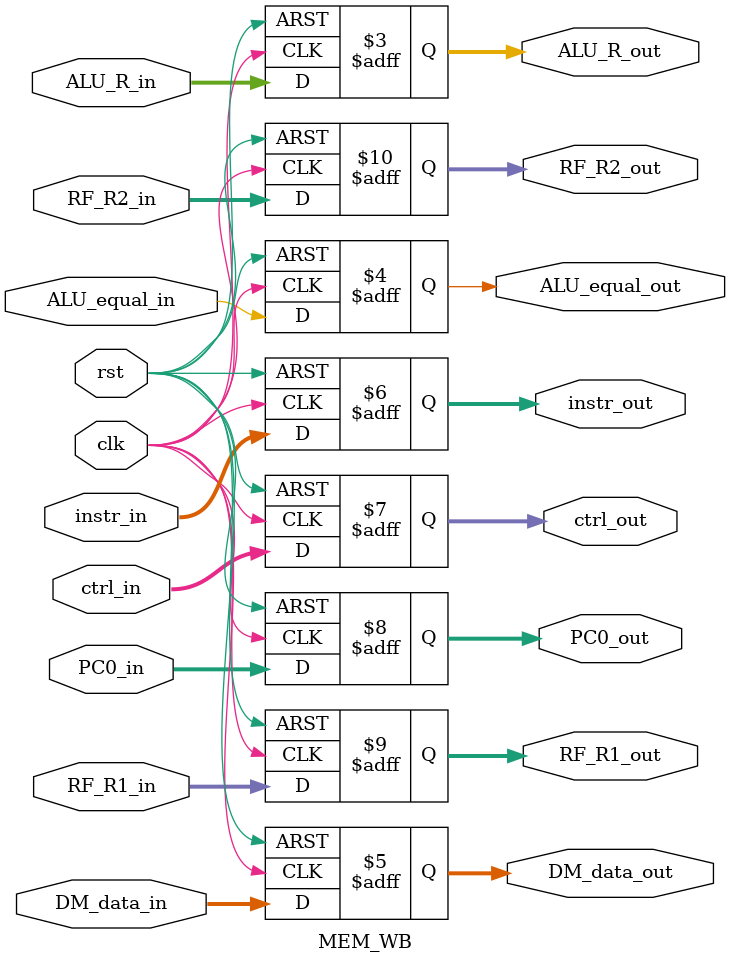
<source format=v>
`timescale 1ns / 1ps


module MEM_WB(
        input [31:0] ALU_R_in,
        input ALU_equal_in,
        input [31:0] DM_data_in,
        input [31:0] instr_in,
        input [31:0] ctrl_in,
        input [15:0] PC0_in,
        input [31:0] RF_R1_in,
        input [31:0] RF_R2_in,
        input clk,
        input rst,
        output reg [31:0] ALU_R_out,
        output reg  ALU_equal_out,
        output reg [31:0] DM_data_out,
        output reg [31:0] instr_out,
        output reg [31:0] ctrl_out,
        output reg [15:0] PC0_out,
        output reg [31:0] RF_R1_out,
        output reg [31:0] RF_R2_out
    );
    always@(posedge clk or negedge rst)
    begin
        if(~rst)
        begin
            ALU_R_out <= 0;
            ALU_equal_out <= 0;
            DM_data_out <= 0;
            instr_out <= 0;
            ctrl_out <= 0;
            PC0_out <= 0;
            RF_R1_out <= 0;
            RF_R2_out <= 0;
        end
        else
        begin
            ALU_R_out <= ALU_R_in;
            ALU_equal_out <= ALU_equal_in;
            DM_data_out <= DM_data_in;
            instr_out <= instr_in;
            ctrl_out <= ctrl_in;
            PC0_out <= PC0_in;  
            RF_R1_out <= RF_R1_in;  
            RF_R2_out <= RF_R2_in;  
        end
    end
endmodule

</source>
